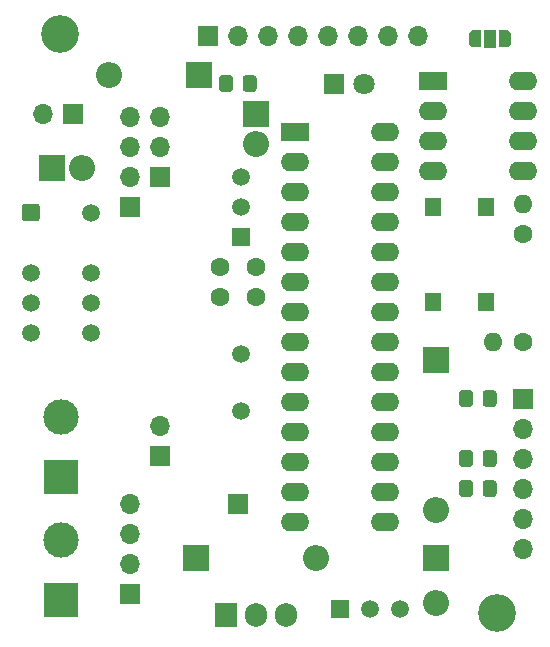
<source format=gbr>
%TF.GenerationSoftware,KiCad,Pcbnew,(5.1.12)-1*%
%TF.CreationDate,2025-06-06T13:01:38+02:00*%
%TF.ProjectId,telecommande,74656c65-636f-46d6-9d61-6e64652e6b69,rev?*%
%TF.SameCoordinates,Original*%
%TF.FileFunction,Soldermask,Top*%
%TF.FilePolarity,Negative*%
%FSLAX46Y46*%
G04 Gerber Fmt 4.6, Leading zero omitted, Abs format (unit mm)*
G04 Created by KiCad (PCBNEW (5.1.12)-1) date 2025-06-06 13:01:38*
%MOMM*%
%LPD*%
G01*
G04 APERTURE LIST*
%ADD10O,1.700000X1.700000*%
%ADD11R,1.700000X1.700000*%
%ADD12O,2.200000X2.200000*%
%ADD13R,2.200000X2.200000*%
%ADD14C,3.200000*%
%ADD15O,2.400000X1.600000*%
%ADD16R,2.400000X1.600000*%
%ADD17R,1.000000X1.500000*%
%ADD18C,0.100000*%
%ADD19O,1.600000X1.600000*%
%ADD20C,1.600000*%
%ADD21C,1.500000*%
%ADD22O,1.905000X2.000000*%
%ADD23R,1.905000X2.000000*%
%ADD24R,1.500000X1.500000*%
%ADD25R,1.400000X1.600000*%
%ADD26C,3.000000*%
%ADD27R,3.000000X3.000000*%
%ADD28C,1.800000*%
%ADD29R,1.800000X1.800000*%
G04 APERTURE END LIST*
D10*
%TO.C,J2*%
X82550000Y-78740000D03*
D11*
X85090000Y-78740000D03*
%TD*%
D12*
%TO.C,D3*%
X88138000Y-75438000D03*
D13*
X95758000Y-75438000D03*
%TD*%
D10*
%TO.C,J10*%
X89916000Y-111760000D03*
X89916000Y-114300000D03*
X89916000Y-116840000D03*
D11*
X89916000Y-119380000D03*
%TD*%
D10*
%TO.C,J9*%
X92456000Y-78994000D03*
X92456000Y-81534000D03*
D11*
X92456000Y-84074000D03*
%TD*%
D10*
%TO.C,J4*%
X92456000Y-105156000D03*
D11*
X92456000Y-107696000D03*
%TD*%
D10*
%TO.C,J3*%
X89916000Y-78994000D03*
X89916000Y-81534000D03*
X89916000Y-84074000D03*
D11*
X89916000Y-86614000D03*
%TD*%
D14*
%TO.C,H2*%
X121000000Y-121000000D03*
%TD*%
%TO.C,H1*%
X84000000Y-72000000D03*
%TD*%
D10*
%TO.C,J1*%
X114300000Y-72136000D03*
X111760000Y-72136000D03*
X109220000Y-72136000D03*
X106680000Y-72136000D03*
X104140000Y-72136000D03*
X101600000Y-72136000D03*
X99060000Y-72136000D03*
D11*
X96520000Y-72136000D03*
%TD*%
%TO.C,R1*%
G36*
G01*
X98660000Y-75749999D02*
X98660000Y-76650001D01*
G75*
G02*
X98410001Y-76900000I-249999J0D01*
G01*
X97709999Y-76900000D01*
G75*
G02*
X97460000Y-76650001I0J249999D01*
G01*
X97460000Y-75749999D01*
G75*
G02*
X97709999Y-75500000I249999J0D01*
G01*
X98410001Y-75500000D01*
G75*
G02*
X98660000Y-75749999I0J-249999D01*
G01*
G37*
G36*
G01*
X100660000Y-75749999D02*
X100660000Y-76650001D01*
G75*
G02*
X100410001Y-76900000I-249999J0D01*
G01*
X99709999Y-76900000D01*
G75*
G02*
X99460000Y-76650001I0J249999D01*
G01*
X99460000Y-75749999D01*
G75*
G02*
X99709999Y-75500000I249999J0D01*
G01*
X100410001Y-75500000D01*
G75*
G02*
X100660000Y-75749999I0J-249999D01*
G01*
G37*
%TD*%
D15*
%TO.C,U3*%
X123190000Y-75946000D03*
X115570000Y-83566000D03*
X123190000Y-78486000D03*
X115570000Y-81026000D03*
X123190000Y-81026000D03*
X115570000Y-78486000D03*
X123190000Y-83566000D03*
D16*
X115570000Y-75946000D03*
%TD*%
D17*
%TO.C,JP1*%
X120396000Y-72390000D03*
D18*
G36*
X119096000Y-73139398D02*
G01*
X119071466Y-73139398D01*
X119022635Y-73134588D01*
X118974510Y-73125016D01*
X118927555Y-73110772D01*
X118882222Y-73091995D01*
X118838949Y-73068864D01*
X118798150Y-73041604D01*
X118760221Y-73010476D01*
X118725524Y-72975779D01*
X118694396Y-72937850D01*
X118667136Y-72897051D01*
X118644005Y-72853778D01*
X118625228Y-72808445D01*
X118610984Y-72761490D01*
X118601412Y-72713365D01*
X118596602Y-72664534D01*
X118596602Y-72640000D01*
X118596000Y-72640000D01*
X118596000Y-72140000D01*
X118596602Y-72140000D01*
X118596602Y-72115466D01*
X118601412Y-72066635D01*
X118610984Y-72018510D01*
X118625228Y-71971555D01*
X118644005Y-71926222D01*
X118667136Y-71882949D01*
X118694396Y-71842150D01*
X118725524Y-71804221D01*
X118760221Y-71769524D01*
X118798150Y-71738396D01*
X118838949Y-71711136D01*
X118882222Y-71688005D01*
X118927555Y-71669228D01*
X118974510Y-71654984D01*
X119022635Y-71645412D01*
X119071466Y-71640602D01*
X119096000Y-71640602D01*
X119096000Y-71640000D01*
X119646000Y-71640000D01*
X119646000Y-73140000D01*
X119096000Y-73140000D01*
X119096000Y-73139398D01*
G37*
G36*
X121146000Y-71640000D02*
G01*
X121696000Y-71640000D01*
X121696000Y-71640602D01*
X121720534Y-71640602D01*
X121769365Y-71645412D01*
X121817490Y-71654984D01*
X121864445Y-71669228D01*
X121909778Y-71688005D01*
X121953051Y-71711136D01*
X121993850Y-71738396D01*
X122031779Y-71769524D01*
X122066476Y-71804221D01*
X122097604Y-71842150D01*
X122124864Y-71882949D01*
X122147995Y-71926222D01*
X122166772Y-71971555D01*
X122181016Y-72018510D01*
X122190588Y-72066635D01*
X122195398Y-72115466D01*
X122195398Y-72140000D01*
X122196000Y-72140000D01*
X122196000Y-72640000D01*
X122195398Y-72640000D01*
X122195398Y-72664534D01*
X122190588Y-72713365D01*
X122181016Y-72761490D01*
X122166772Y-72808445D01*
X122147995Y-72853778D01*
X122124864Y-72897051D01*
X122097604Y-72937850D01*
X122066476Y-72975779D01*
X122031779Y-73010476D01*
X121993850Y-73041604D01*
X121953051Y-73068864D01*
X121909778Y-73091995D01*
X121864445Y-73110772D01*
X121817490Y-73125016D01*
X121769365Y-73134588D01*
X121720534Y-73139398D01*
X121696000Y-73139398D01*
X121696000Y-73140000D01*
X121146000Y-73140000D01*
X121146000Y-71640000D01*
G37*
%TD*%
D19*
%TO.C,R2*%
X120650000Y-98044000D03*
D20*
X123190000Y-98044000D03*
%TD*%
D12*
%TO.C,D5*%
X115824000Y-120142000D03*
D13*
X115824000Y-116332000D03*
%TD*%
D12*
%TO.C,D1*%
X115824000Y-112268000D03*
D13*
X115824000Y-99568000D03*
%TD*%
%TO.C,R6*%
G36*
G01*
X118980000Y-110039999D02*
X118980000Y-110940001D01*
G75*
G02*
X118730001Y-111190000I-249999J0D01*
G01*
X118029999Y-111190000D01*
G75*
G02*
X117780000Y-110940001I0J249999D01*
G01*
X117780000Y-110039999D01*
G75*
G02*
X118029999Y-109790000I249999J0D01*
G01*
X118730001Y-109790000D01*
G75*
G02*
X118980000Y-110039999I0J-249999D01*
G01*
G37*
G36*
G01*
X120980000Y-110039999D02*
X120980000Y-110940001D01*
G75*
G02*
X120730001Y-111190000I-249999J0D01*
G01*
X120029999Y-111190000D01*
G75*
G02*
X119780000Y-110940001I0J249999D01*
G01*
X119780000Y-110039999D01*
G75*
G02*
X120029999Y-109790000I249999J0D01*
G01*
X120730001Y-109790000D01*
G75*
G02*
X120980000Y-110039999I0J-249999D01*
G01*
G37*
%TD*%
D12*
%TO.C,D7*%
X105664000Y-116332000D03*
D13*
X95504000Y-116332000D03*
%TD*%
D21*
%TO.C,Y1*%
X99314000Y-103960000D03*
X99314000Y-99060000D03*
%TD*%
D22*
%TO.C,U4*%
X103124000Y-121158000D03*
X100584000Y-121158000D03*
D23*
X98044000Y-121158000D03*
%TD*%
D15*
%TO.C,U2*%
X111506000Y-80264000D03*
X103886000Y-113284000D03*
X111506000Y-82804000D03*
X103886000Y-110744000D03*
X111506000Y-85344000D03*
X103886000Y-108204000D03*
X111506000Y-87884000D03*
X103886000Y-105664000D03*
X111506000Y-90424000D03*
X103886000Y-103124000D03*
X111506000Y-92964000D03*
X103886000Y-100584000D03*
X111506000Y-95504000D03*
X103886000Y-98044000D03*
X111506000Y-98044000D03*
X103886000Y-95504000D03*
X111506000Y-100584000D03*
X103886000Y-92964000D03*
X111506000Y-103124000D03*
X103886000Y-90424000D03*
X111506000Y-105664000D03*
X103886000Y-87884000D03*
X111506000Y-108204000D03*
X103886000Y-85344000D03*
X111506000Y-110744000D03*
X103886000Y-82804000D03*
X111506000Y-113284000D03*
D16*
X103886000Y-80264000D03*
%TD*%
D24*
%TO.C,U1*%
X107696000Y-120650000D03*
D21*
X112776000Y-120650000D03*
X110236000Y-120650000D03*
%TD*%
D25*
%TO.C,SW1*%
X120106000Y-94678000D03*
X120106000Y-86678000D03*
X115606000Y-94678000D03*
X115606000Y-86678000D03*
%TD*%
%TO.C,R7*%
G36*
G01*
X118980000Y-107499999D02*
X118980000Y-108400001D01*
G75*
G02*
X118730001Y-108650000I-249999J0D01*
G01*
X118029999Y-108650000D01*
G75*
G02*
X117780000Y-108400001I0J249999D01*
G01*
X117780000Y-107499999D01*
G75*
G02*
X118029999Y-107250000I249999J0D01*
G01*
X118730001Y-107250000D01*
G75*
G02*
X118980000Y-107499999I0J-249999D01*
G01*
G37*
G36*
G01*
X120980000Y-107499999D02*
X120980000Y-108400001D01*
G75*
G02*
X120730001Y-108650000I-249999J0D01*
G01*
X120029999Y-108650000D01*
G75*
G02*
X119780000Y-108400001I0J249999D01*
G01*
X119780000Y-107499999D01*
G75*
G02*
X120029999Y-107250000I249999J0D01*
G01*
X120730001Y-107250000D01*
G75*
G02*
X120980000Y-107499999I0J-249999D01*
G01*
G37*
%TD*%
%TO.C,R4*%
G36*
G01*
X118980000Y-102419999D02*
X118980000Y-103320001D01*
G75*
G02*
X118730001Y-103570000I-249999J0D01*
G01*
X118029999Y-103570000D01*
G75*
G02*
X117780000Y-103320001I0J249999D01*
G01*
X117780000Y-102419999D01*
G75*
G02*
X118029999Y-102170000I249999J0D01*
G01*
X118730001Y-102170000D01*
G75*
G02*
X118980000Y-102419999I0J-249999D01*
G01*
G37*
G36*
G01*
X120980000Y-102419999D02*
X120980000Y-103320001D01*
G75*
G02*
X120730001Y-103570000I-249999J0D01*
G01*
X120029999Y-103570000D01*
G75*
G02*
X119780000Y-103320001I0J249999D01*
G01*
X119780000Y-102419999D01*
G75*
G02*
X120029999Y-102170000I249999J0D01*
G01*
X120730001Y-102170000D01*
G75*
G02*
X120980000Y-102419999I0J-249999D01*
G01*
G37*
%TD*%
D19*
%TO.C,R3*%
X123190000Y-86360000D03*
D20*
X123190000Y-88900000D03*
%TD*%
D24*
%TO.C,Q1*%
X99314000Y-89154000D03*
D21*
X99314000Y-84074000D03*
X99314000Y-86614000D03*
%TD*%
%TO.C,K1*%
X86614000Y-87122000D03*
X86614000Y-92202000D03*
X86614000Y-94742000D03*
X86614000Y-97282000D03*
X81534000Y-97282000D03*
X81534000Y-94742000D03*
X81534000Y-92202000D03*
G36*
G01*
X80784000Y-87621500D02*
X80784000Y-86622500D01*
G75*
G02*
X81034500Y-86372000I250500J0D01*
G01*
X82033500Y-86372000D01*
G75*
G02*
X82284000Y-86622500I0J-250500D01*
G01*
X82284000Y-87621500D01*
G75*
G02*
X82033500Y-87872000I-250500J0D01*
G01*
X81034500Y-87872000D01*
G75*
G02*
X80784000Y-87621500I0J250500D01*
G01*
G37*
%TD*%
D11*
%TO.C,J8*%
X99060000Y-111760000D03*
%TD*%
D26*
%TO.C,J7*%
X84074000Y-104394000D03*
D27*
X84074000Y-109474000D03*
%TD*%
D26*
%TO.C,J6*%
X84074000Y-114808000D03*
D27*
X84074000Y-119888000D03*
%TD*%
D10*
%TO.C,J5*%
X123190000Y-115570000D03*
X123190000Y-113030000D03*
X123190000Y-110490000D03*
X123190000Y-107950000D03*
X123190000Y-105410000D03*
D11*
X123190000Y-102870000D03*
%TD*%
D12*
%TO.C,D6*%
X85852000Y-83312000D03*
D13*
X83312000Y-83312000D03*
%TD*%
D28*
%TO.C,D4*%
X109728000Y-76200000D03*
D29*
X107188000Y-76200000D03*
%TD*%
D12*
%TO.C,D2*%
X100584000Y-81280000D03*
D13*
X100584000Y-78740000D03*
%TD*%
D20*
%TO.C,C3*%
X97536000Y-91734000D03*
X97536000Y-94234000D03*
%TD*%
%TO.C,C2*%
X100584000Y-91734000D03*
X100584000Y-94234000D03*
%TD*%
M02*

</source>
